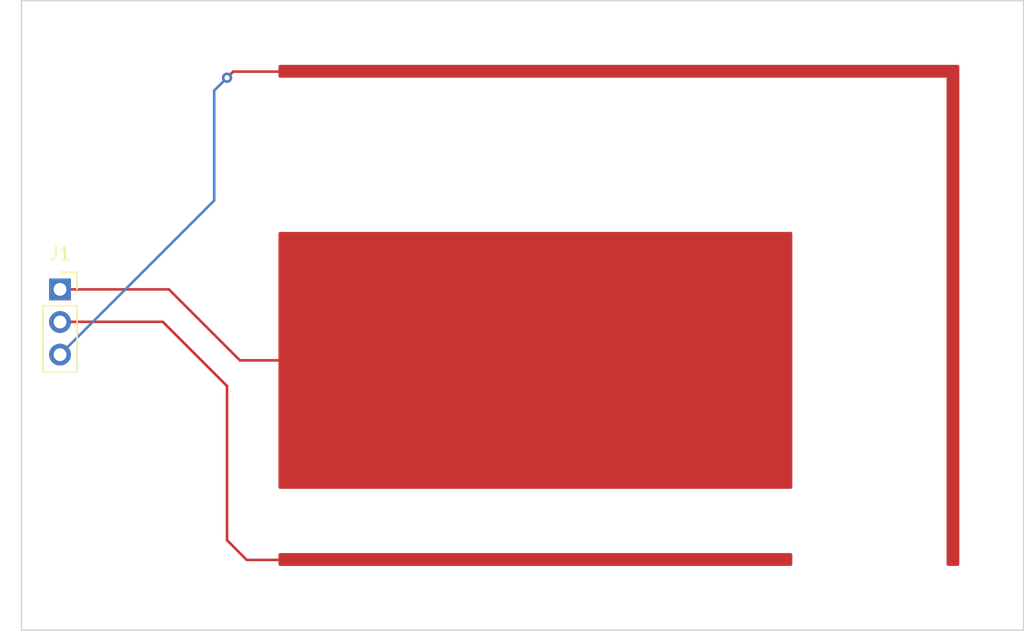
<source format=kicad_pcb>
(kicad_pcb (version 20221018) (generator pcbnew)
  (layers (0 "F.Cu" signal) (31 "B.Cu" signal) (34 "B.Paste" user) (35 "F.Paste" user) (36 "B.SilkS" user "B.Silkscreen") (37 "F.SilkS" user "F.Silkscreen") (38 "B.Mask" user) (39 "F.Mask" user) (44 "Edge.Cuts" user))
  (net 0 "")
  (net 1 "/WORKING_ELEC")
  (net 2 "/REF_ELEC")
  (net 3 "/COUNTER_ELEC")
  (footprint "Connector_PinSocket_2.54mm:PinSocket_1x03_P2.54mm_Vertical" (layer "F.Cu") (at 144 101.475)
    (fp_text reference "J1" (at 0 -2.77) (layer "F.SilkS"))
    (fp_text value "Conn_01x03")
    (fp_line (start -1.33 1.27) (end -1.33 6.41) (stroke (width 0.12)) (layer "F.SilkS"))
    (fp_line (start -1.33 1.27) (end 1.33 1.27) (stroke (width 0.12)) (layer "F.SilkS"))
    (fp_line (start -1.33 6.41) (end 1.33 6.41) (stroke (width 0.12)) (layer "F.SilkS"))
    (fp_line (start 0 -1.33) (end 1.33 -1.33) (stroke (width 0.12)) (layer "F.SilkS"))
    (fp_line (start 1.33 -1.33) (end 1.33 0) (stroke (width 0.12)) (layer "F.SilkS"))
    (fp_line (start 1.33 1.27) (end 1.33 6.41) (stroke (width 0.12)) (layer "F.SilkS"))
    (pad "1" thru_hole rect (at 0 0) (size 1.7 1.7) (drill 1) (layers "*.Cu" "*.Mask") (net 1 "/WORKING_ELEC"))
    (pad "2" thru_hole oval (at 0 2.54) (size 1.7 1.7) (drill 1) (layers "*.Cu" "*.Mask") (net 2 "/REF_ELEC"))
    (pad "3" thru_hole oval (at 0 5.08) (size 1.7 1.7) (drill 1) (layers "*.Cu" "*.Mask") (net 3 "/COUNTER_ELEC"))
  )
  (gr_rect (start 141 79) (end 219 128) (stroke (width 0.1)) (fill none) (layer "Edge.Cuts"))
  (segment (start 158 107) (end 163 107) (width 0.2) (layer "F.Cu") (net 1))
  (segment (start 152.475 101.475) (end 158 107) (width 0.2) (layer "F.Cu") (net 1))
  (segment (start 144 101.475) (end 152.475 101.475) (width 0.2) (layer "F.Cu") (net 1))
  (segment (start 158.532503 122.532503) (end 161.841493 122.532503) (width 0.2) (layer "F.Cu") (net 2))
  (segment (start 157 109) (end 157 121) (width 0.2) (layer "F.Cu") (net 2))
  (segment (start 144 104.015) (end 144.015 104) (width 0.2) (layer "F.Cu") (net 2))
  (segment (start 152 104) (end 157 109) (width 0.2) (layer "F.Cu") (net 2))
  (segment (start 144.015 104) (end 152 104) (width 0.2) (layer "F.Cu") (net 2))
  (segment (start 157 121) (end 158.532503 122.532503) (width 0.2) (layer "F.Cu") (net 2))
  (segment (start 157.476331 84.523669) (end 161.882388 84.523669) (width 0.2) (layer "F.Cu") (net 3))
  (segment (start 157 85) (end 157.476331 84.523669) (width 0.2) (layer "F.Cu") (net 3))
  (via (at 157 85) (size 0.8) (drill 0.4) (layers "F.Cu" "B.Cu") (net 3))
  (segment (start 144 106.555) (end 156 94.555) (width 0.2) (layer "B.Cu") (net 3))
  (segment (start 156 94.555) (end 156 86) (width 0.2) (layer "B.Cu") (net 3))
  (segment (start 156 86) (end 157 85) (width 0.2) (layer "B.Cu") (net 3))
  (zone (net 1) (net_name "/WORKING_ELEC") (layer "F.Cu") (priority 1) (connect_pads (clearance 0.5)) (min_thickness 0.25) (fill yes (thermal_gap 0.5) (thermal_bridge_width 0.5))
    (polygon (pts (xy 161 97) (xy 201 97) (xy 201 117) (xy 161 117)))
  )
  (zone (net 2) (net_name "/REF_ELEC") (layer "F.Cu") (priority 2) (connect_pads (clearance 0.5)) (min_thickness 0.25) (fill yes (thermal_gap 0.5) (thermal_bridge_width 0.5))
    (polygon (pts (xy 161 122) (xy 201 122) (xy 201 123) (xy 161 123)))
  )
  (zone (net 3) (net_name "/COUNTER_ELEC") (layer "F.Cu") (connect_pads (clearance 0.5)) (min_thickness 0.25) (fill yes (thermal_gap 0.5) (thermal_bridge_width 0.5))
    (polygon (pts (xy 161 84) (xy 161 85) (xy 213 85) (xy 213 123) (xy 214 123) (xy 214 84)))
  )
)
</source>
